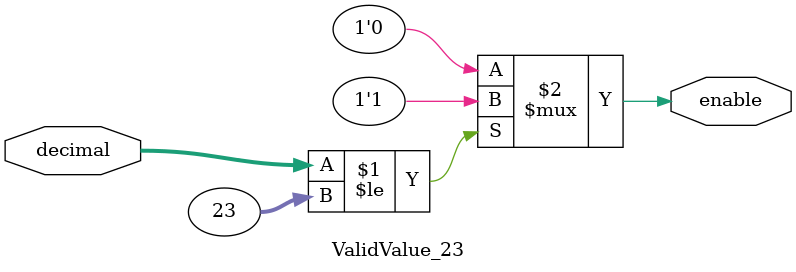
<source format=sv>
module ValidValue_23(
	input logic [5:0] decimal,
	output logic enable
	);
assign enable = decimal <= 23 ? 1'b1 : 1'b0;
endmodule

</source>
